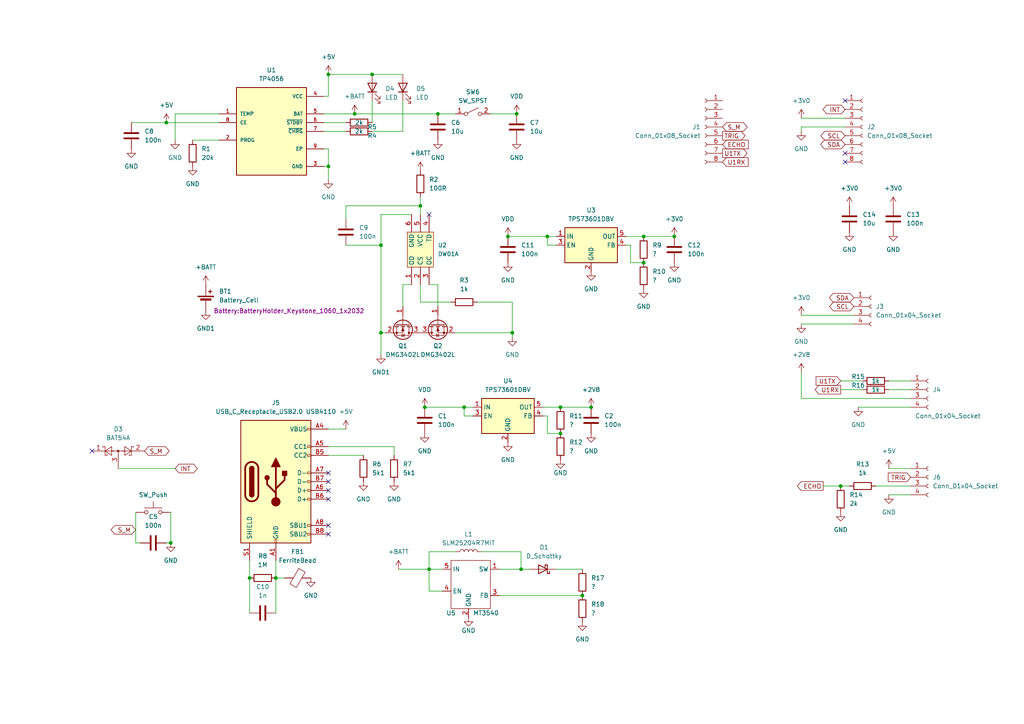
<source format=kicad_sch>
(kicad_sch (version 20230121) (generator eeschema)
  (paper "A4")
  (lib_symbols
    (symbol "Connector:Conn_01x04_Socket" (pin_names (offset 1.016) hide)
      (property "Reference" "J" (at 0 5.08 0))
      (property "Value" "Conn_01x04_Socket" (at 0 -7.62 0))
      (symbol "Conn_01x04_Socket_1_1"
        (arc (start 0 -4.572) (mid -0.5058 -5.08) (end 0 -5.588) (stroke (width 0.1524)))
        (arc (start 0 -2.032) (mid -0.5058 -2.54) (end 0 -3.048) (stroke (width 0.1524)))
        (polyline (pts (xy -1.27 -5.08) (xy -0.508 -5.08)) (stroke (width 0.1524)))
        (polyline (pts (xy -1.27 -2.54) (xy -0.508 -2.54)) (stroke (width 0.1524)))
        (polyline (pts (xy -1.27 0) (xy -0.508 0)) (stroke (width 0.1524)))
        (polyline (pts (xy -1.27 2.54) (xy -0.508 2.54)) (stroke (width 0.1524)))
        (arc (start 0 0.508) (mid -0.5058 0) (end 0 -0.508) (stroke (width 0.1524)))
        (arc (start 0 3.048) (mid -0.5058 2.54) (end 0 2.032) (stroke (width 0.1524)))
        (pin passive line (at -5.08 2.54 0) (length 3.81) (name "Pin_1") (number "1"))
        (pin passive line (at -5.08 0 0) (length 3.81) (name "Pin_2") (number "2"))
        (pin passive line (at -5.08 -2.54 0) (length 3.81) (name "Pin_3") (number "3"))
        (pin passive line (at -5.08 -5.08 0) (length 3.81) (name "Pin_4") (number "4"))
      )
    )
    (symbol "Connector:Conn_01x08_Socket" (pin_names (offset 1.016) hide)
      (property "Reference" "J" (at 0 10.16 0))
      (property "Value" "Conn_01x08_Socket" (at 0 -12.7 0))
      (symbol "Conn_01x08_Socket_1_1"
        (arc (start 0 -9.652) (mid -0.5058 -10.16) (end 0 -10.668) (stroke (width 0.1524)))
        (arc (start 0 -7.112) (mid -0.5058 -7.62) (end 0 -8.128) (stroke (width 0.1524)))
        (arc (start 0 -4.572) (mid -0.5058 -5.08) (end 0 -5.588) (stroke (width 0.1524)))
        (arc (start 0 -2.032) (mid -0.5058 -2.54) (end 0 -3.048) (stroke (width 0.1524)))
        (polyline (pts (xy -1.27 -10.16) (xy -0.508 -10.16)) (stroke (width 0.1524)))
        (polyline (pts (xy -1.27 -7.62) (xy -0.508 -7.62)) (stroke (width 0.1524)))
        (polyline (pts (xy -1.27 -5.08) (xy -0.508 -5.08)) (stroke (width 0.1524)))
        (polyline (pts (xy -1.27 -2.54) (xy -0.508 -2.54)) (stroke (width 0.1524)))
        (polyline (pts (xy -1.27 0) (xy -0.508 0)) (stroke (width 0.1524)))
        (polyline (pts (xy -1.27 2.54) (xy -0.508 2.54)) (stroke (width 0.1524)))
        (polyline (pts (xy -1.27 5.08) (xy -0.508 5.08)) (stroke (width 0.1524)))
        (polyline (pts (xy -1.27 7.62) (xy -0.508 7.62)) (stroke (width 0.1524)))
        (arc (start 0 0.508) (mid -0.5058 0) (end 0 -0.508) (stroke (width 0.1524)))
        (arc (start 0 3.048) (mid -0.5058 2.54) (end 0 2.032) (stroke (width 0.1524)))
        (arc (start 0 5.588) (mid -0.5058 5.08) (end 0 4.572) (stroke (width 0.1524)))
        (arc (start 0 8.128) (mid -0.5058 7.62) (end 0 7.112) (stroke (width 0.1524)))
        (pin passive line (at -5.08 7.62 0) (length 3.81) (name "Pin_1") (number "1"))
        (pin passive line (at -5.08 5.08 0) (length 3.81) (name "Pin_2") (number "2"))
        (pin passive line (at -5.08 2.54 0) (length 3.81) (name "Pin_3") (number "3"))
        (pin passive line (at -5.08 0 0) (length 3.81) (name "Pin_4") (number "4"))
        (pin passive line (at -5.08 -2.54 0) (length 3.81) (name "Pin_5") (number "5"))
        (pin passive line (at -5.08 -5.08 0) (length 3.81) (name "Pin_6") (number "6"))
        (pin passive line (at -5.08 -7.62 0) (length 3.81) (name "Pin_7") (number "7"))
        (pin passive line (at -5.08 -10.16 0) (length 3.81) (name "Pin_8") (number "8"))
      )
    )
    (symbol "Connector:USB_C_Receptacle_USB2.0" (pin_names (offset 1.016))
      (property "Reference" "J" (at -10.16 19.05 0))
      (property "Value" "USB_C_Receptacle_USB2.0" (at 19.05 19.05 0))
      (symbol "USB_C_Receptacle_USB2.0_0_0"
        (rectangle (start -0.254 -17.78) (end 0.254 -16.764))
        (rectangle (start 10.16 -14.986) (end 9.144 -15.494))
        (rectangle (start 10.16 -12.446) (end 9.144 -12.954))
        (rectangle (start 10.16 -4.826) (end 9.144 -5.334))
        (rectangle (start 10.16 -2.286) (end 9.144 -2.794))
        (rectangle (start 10.16 0.254) (end 9.144 -0.254))
        (rectangle (start 10.16 2.794) (end 9.144 2.286))
        (rectangle (start 10.16 7.874) (end 9.144 7.366))
        (rectangle (start 10.16 10.414) (end 9.144 9.906))
        (rectangle (start 10.16 15.494) (end 9.144 14.986))
      )
      (symbol "USB_C_Receptacle_USB2.0_0_1"
        (rectangle (start -10.16 17.78) (end 10.16 -17.78) (stroke (width 0.254)) (fill (type background)))
        (arc (start -8.89 -3.81) (mid -6.985 -5.7067) (end -5.08 -3.81) (stroke (width 0.508)))
        (arc (start -7.62 -3.81) (mid -6.985 -4.4423) (end -6.35 -3.81) (stroke (width 0.254)))
        (arc (start -7.62 -3.81) (mid -6.985 -4.4423) (end -6.35 -3.81) (stroke (width 0.254)) (fill (type outline)))
        (rectangle (start -7.62 -3.81) (end -6.35 3.81) (stroke (width 0.254)) (fill (type outline)))
        (arc (start -6.35 3.81) (mid -6.985 4.4423) (end -7.62 3.81) (stroke (width 0.254)))
        (arc (start -6.35 3.81) (mid -6.985 4.4423) (end -7.62 3.81) (stroke (width 0.254)) (fill (type outline)))
        (arc (start -5.08 3.81) (mid -6.985 5.7067) (end -8.89 3.81) (stroke (width 0.508)))
        (circle (center -2.54 1.143) (radius 0.635) (stroke (width 0.254)) (fill (type outline)))
        (circle (center 0 -5.842) (radius 1.27) (fill (type outline)))
        (polyline (pts (xy -8.89 -3.81) (xy -8.89 3.81)) (stroke (width 0.508)))
        (polyline (pts (xy -5.08 3.81) (xy -5.08 -3.81)) (stroke (width 0.508)))
        (polyline (pts (xy 0 -5.842) (xy 0 4.318)) (stroke (width 0.508)))
        (polyline (pts (xy 0 -3.302) (xy -2.54 -0.762) (xy -2.54 0.508)) (stroke (width 0.508)))
        (polyline (pts (xy 0 -2.032) (xy 2.54 0.508) (xy 2.54 1.778)) (stroke (width 0.508)))
        (polyline (pts (xy -1.27 4.318) (xy 0 6.858) (xy 1.27 4.318) (xy -1.27 4.318)) (stroke (width 0.254)) (fill (type outline)))
        (rectangle (start 1.905 1.778) (end 3.175 3.048) (stroke (width 0.254)) (fill (type outline)))
      )
      (symbol "USB_C_Receptacle_USB2.0_1_1"
        (pin passive line (at 0 -22.86 90) (length 5.08) (name "GND") (number "A1"))
        (pin passive line (at 0 -22.86 90) (length 5.08) hide (name "GND") (number "A12"))
        (pin passive line (at 15.24 15.24 180) (length 5.08) (name "VBUS") (number "A4"))
        (pin bidirectional line (at 15.24 10.16 180) (length 5.08) (name "CC1") (number "A5"))
        (pin bidirectional line (at 15.24 -2.54 180) (length 5.08) (name "D+") (number "A6"))
        (pin bidirectional line (at 15.24 2.54 180) (length 5.08) (name "D-") (number "A7"))
        (pin bidirectional line (at 15.24 -12.7 180) (length 5.08) (name "SBU1") (number "A8"))
        (pin passive line (at 15.24 15.24 180) (length 5.08) hide (name "VBUS") (number "A9"))
        (pin passive line (at 0 -22.86 90) (length 5.08) hide (name "GND") (number "B1"))
        (pin passive line (at 0 -22.86 90) (length 5.08) hide (name "GND") (number "B12"))
        (pin passive line (at 15.24 15.24 180) (length 5.08) hide (name "VBUS") (number "B4"))
        (pin bidirectional line (at 15.24 7.62 180) (length 5.08) (name "CC2") (number "B5"))
        (pin bidirectional line (at 15.24 -5.08 180) (length 5.08) (name "D+") (number "B6"))
        (pin bidirectional line (at 15.24 0 180) (length 5.08) (name "D-") (number "B7"))
        (pin bidirectional line (at 15.24 -15.24 180) (length 5.08) (name "SBU2") (number "B8"))
        (pin passive line (at 15.24 15.24 180) (length 5.08) hide (name "VBUS") (number "B9"))
        (pin passive line (at -7.62 -22.86 90) (length 5.08) (name "SHIELD") (number "S1"))
      )
    )
    (symbol "Device:Battery_Cell" (pin_numbers hide) (pin_names (offset 0) hide)
      (property "Reference" "BT" (at 2.54 2.54 0))
      (property "Value" "Battery_Cell" (at 2.54 0 0))
      (symbol "Battery_Cell_0_1"
        (rectangle (start -2.286 1.778) (end 2.286 1.524) (fill (type outline)))
        (rectangle (start -1.524 1.016) (end 1.524 0.508) (fill (type outline)))
        (polyline (pts (xy 0 0.762) (xy 0 0)))
        (polyline (pts (xy 0 1.778) (xy 0 2.54)))
        (polyline (pts (xy 0.762 3.048) (xy 1.778 3.048)) (stroke (width 0.254)))
        (polyline (pts (xy 1.27 3.556) (xy 1.27 2.54)) (stroke (width 0.254)))
      )
      (symbol "Battery_Cell_1_1"
        (pin passive line (at 0 5.08 270) (length 2.54) (name "+") (number "1"))
        (pin passive line (at 0 -2.54 90) (length 2.54) (name "-") (number "2"))
      )
    )
    (symbol "Device:C" (pin_numbers hide) (pin_names (offset 0.254))
      (property "Reference" "C" (at 0.635 2.54 0))
      (property "Value" "C" (at 0.635 -2.54 0))
      (symbol "C_0_1"
        (polyline (pts (xy -2.032 -0.762) (xy 2.032 -0.762)) (stroke (width 0.508)))
        (polyline (pts (xy -2.032 0.762) (xy 2.032 0.762)) (stroke (width 0.508)))
      )
      (symbol "C_1_1"
        (pin passive line (at 0 3.81 270) (length 2.794) (name "~") (number "1"))
        (pin passive line (at 0 -3.81 90) (length 2.794) (name "~") (number "2"))
      )
    )
    (symbol "Device:D_Schottky" (pin_numbers hide) (pin_names (offset 1.016) hide)
      (property "Reference" "D" (at 0 2.54 0))
      (property "Value" "D_Schottky" (at 0 -2.54 0))
      (symbol "D_Schottky_0_1"
        (polyline (pts (xy 1.27 0) (xy -1.27 0)))
        (polyline (pts (xy 1.27 1.27) (xy 1.27 -1.27) (xy -1.27 0) (xy 1.27 1.27)) (stroke (width 0.254)))
        (polyline (pts (xy -1.905 0.635) (xy -1.905 1.27) (xy -1.27 1.27) (xy -1.27 -1.27) (xy -0.635 -1.27) (xy -0.635 -0.635)) (stroke (width 0.254)))
      )
      (symbol "D_Schottky_1_1"
        (pin passive line (at -3.81 0 0) (length 2.54) (name "K") (number "1"))
        (pin passive line (at 3.81 0 180) (length 2.54) (name "A") (number "2"))
      )
    )
    (symbol "Device:FerriteBead" (pin_numbers hide) (pin_names (offset 0))
      (property "Reference" "FB" (at -3.81 0.635 90))
      (property "Value" "FerriteBead" (at 3.81 0 90))
      (symbol "FerriteBead_0_1"
        (polyline (pts (xy 0 -1.27) (xy 0 -1.2192)))
        (polyline (pts (xy 0 1.27) (xy 0 1.2954)))
        (polyline (pts (xy -2.7686 0.4064) (xy -1.7018 2.2606) (xy 2.7686 -0.3048) (xy 1.6764 -2.159) (xy -2.7686 0.4064)))
      )
      (symbol "FerriteBead_1_1"
        (pin passive line (at 0 3.81 270) (length 2.54) (name "~") (number "1"))
        (pin passive line (at 0 -3.81 90) (length 2.54) (name "~") (number "2"))
      )
    )
    (symbol "Device:L" (pin_numbers hide) (pin_names (offset 1.016) hide)
      (property "Reference" "L" (at -1.27 0 90))
      (property "Value" "L" (at 1.905 0 90))
      (symbol "L_0_1"
        (arc (start 0 -2.54) (mid 0.6323 -1.905) (end 0 -1.27))
        (arc (start 0 -1.27) (mid 0.6323 -0.635) (end 0 0))
        (arc (start 0 0) (mid 0.6323 0.635) (end 0 1.27))
        (arc (start 0 1.27) (mid 0.6323 1.905) (end 0 2.54))
      )
      (symbol "L_1_1"
        (pin passive line (at 0 3.81 270) (length 1.27) (name "1") (number "1"))
        (pin passive line (at 0 -3.81 90) (length 1.27) (name "2") (number "2"))
      )
    )
    (symbol "Device:LED" (pin_numbers hide) (pin_names (offset 1.016) hide)
      (property "Reference" "D" (at 0 2.54 0))
      (property "Value" "LED" (at 0 -2.54 0))
      (symbol "LED_0_1"
        (polyline (pts (xy -1.27 -1.27) (xy -1.27 1.27)) (stroke (width 0.254)))
        (polyline (pts (xy -1.27 0) (xy 1.27 0)))
        (polyline (pts (xy 1.27 -1.27) (xy 1.27 1.27) (xy -1.27 0) (xy 1.27 -1.27)) (stroke (width 0.254)))
        (polyline (pts (xy -3.048 -0.762) (xy -4.572 -2.286) (xy -3.81 -2.286) (xy -4.572 -2.286) (xy -4.572 -1.524)))
        (polyline (pts (xy -1.778 -0.762) (xy -3.302 -2.286) (xy -2.54 -2.286) (xy -3.302 -2.286) (xy -3.302 -1.524)))
      )
      (symbol "LED_1_1"
        (pin passive line (at -3.81 0 0) (length 2.54) (name "K") (number "1"))
        (pin passive line (at 3.81 0 180) (length 2.54) (name "A") (number "2"))
      )
    )
    (symbol "Device:R" (pin_numbers hide) (pin_names (offset 0))
      (property "Reference" "R" (at 2.032 0 90))
      (property "Value" "R" (at 0 0 90))
      (symbol "R_0_1"
        (rectangle (start -1.016 -2.54) (end 1.016 2.54) (stroke (width 0.254)))
      )
      (symbol "R_1_1"
        (pin passive line (at 0 3.81 270) (length 1.27) (name "~") (number "1"))
        (pin passive line (at 0 -3.81 90) (length 1.27) (name "~") (number "2"))
      )
    )
    (symbol "Diode:BAT54A" (pin_names (offset 1.016))
      (property "Reference" "D" (at 0.635 -3.81 0))
      (property "Value" "BAT54A" (at -6.35 3.175 0))
      (symbol "BAT54A_0_1"
        (polyline (pts (xy -4.445 1.27) (xy -4.445 1.016)))
        (polyline (pts (xy -3.81 -1.27) (xy -3.81 1.27)))
        (polyline (pts (xy -3.81 -1.27) (xy -3.175 -1.27)))
        (polyline (pts (xy -3.81 0) (xy -1.27 0)))
        (polyline (pts (xy -3.81 1.27) (xy -4.445 1.27)))
        (polyline (pts (xy -3.175 -1.27) (xy -3.175 -1.016)))
        (polyline (pts (xy -1.905 0) (xy 1.905 0)))
        (polyline (pts (xy 1.27 0) (xy 3.81 0)))
        (polyline (pts (xy 3.175 -1.27) (xy 3.175 -1.016)))
        (polyline (pts (xy 3.81 -1.27) (xy 3.175 -1.27)))
        (polyline (pts (xy 3.81 -1.27) (xy 3.81 1.27)))
        (polyline (pts (xy 3.81 1.27) (xy 4.445 1.27)))
        (polyline (pts (xy 4.445 1.27) (xy 4.445 1.016)))
        (polyline (pts (xy -1.905 1.27) (xy -1.905 -1.27) (xy -3.81 0) (xy -1.905 1.27)))
        (polyline (pts (xy 1.905 1.27) (xy 1.905 -1.27) (xy 3.81 0) (xy 1.905 1.27)))
        (circle (center 0 0) (radius 0.254) (fill (type outline)))
      )
      (symbol "BAT54A_1_1"
        (pin passive line (at -7.62 0 0) (length 3.81) (name "~") (number "1"))
        (pin passive line (at 7.62 0 180) (length 3.81) (name "~") (number "2"))
        (pin passive line (at 0 -5.08 90) (length 5.08) (name "~") (number "3"))
      )
    )
    (symbol "LeoDJ:DW01A"
      (property "Reference" "U" (at -3.81 -5.08 0))
      (property "Value" "DW01A" (at -1.27 5.08 0))
      (symbol "DW01A_0_1"
        (rectangle (start -5.08 3.81) (end 5.08 -3.81) (fill (type background)))
      )
      (symbol "DW01A_1_1"
        (pin input line (at -10.16 2.54 0) (length 5.08) (name "OD") (number "1"))
        (pin input line (at -10.16 0 0) (length 5.08) (name "CS") (number "2"))
        (pin input line (at -10.16 -2.54 0) (length 5.08) (name "OC") (number "3"))
        (pin input line (at 10.16 -2.54 180) (length 5.08) (name "TD") (number "4"))
        (pin input line (at 10.16 0 180) (length 5.08) (name "VCC") (number "5"))
        (pin input line (at 10.16 2.54 180) (length 5.08) (name "GND") (number "6"))
      )
    )
    (symbol "Regulator_Linear:TPS73601DBV"
      (property "Reference" "U" (at -6.35 6.35 0))
      (property "Value" "TPS73601DBV" (at 0 6.35 0))
      (symbol "TPS73601DBV_0_1"
        (rectangle (start -7.62 -5.08) (end 7.62 5.08) (stroke (width 0.254)) (fill (type background)))
      )
      (symbol "TPS73601DBV_1_1"
        (pin power_in line (at -10.16 2.54 0) (length 2.54) (name "IN") (number "1"))
        (pin power_in line (at 0 -7.62 90) (length 2.54) (name "GND") (number "2"))
        (pin input line (at -10.16 0 0) (length 2.54) (name "EN") (number "3"))
        (pin input line (at 10.16 0 180) (length 2.54) (name "FB") (number "4"))
        (pin power_out line (at 10.16 2.54 180) (length 2.54) (name "OUT") (number "5"))
      )
    )
    (symbol "Switch:SW_Push" (pin_numbers hide) (pin_names (offset 1.016) hide)
      (property "Reference" "SW" (at 1.27 2.54 0))
      (property "Value" "SW_Push" (at 0 -1.524 0))
      (symbol "SW_Push_0_1"
        (circle (center -2.032 0) (radius 0.508))
        (polyline (pts (xy 0 1.27) (xy 0 3.048)))
        (polyline (pts (xy 2.54 1.27) (xy -2.54 1.27)))
        (circle (center 2.032 0) (radius 0.508))
        (pin passive line (at -5.08 0 0) (length 2.54) (name "1") (number "1"))
        (pin passive line (at 5.08 0 180) (length 2.54) (name "2") (number "2"))
      )
    )
    (symbol "Switch:SW_SPST" (pin_names (offset 0) hide)
      (property "Reference" "SW" (at 0 3.175 0))
      (property "Value" "SW_SPST" (at 0 -2.54 0))
      (symbol "SW_SPST_0_0"
        (circle (center -2.032 0) (radius 0.508))
        (polyline (pts (xy -1.524 0.254) (xy 1.524 1.778)))
        (circle (center 2.032 0) (radius 0.508))
      )
      (symbol "SW_SPST_1_1"
        (pin passive line (at -5.08 0 0) (length 2.54) (name "A") (number "1"))
        (pin passive line (at 5.08 0 180) (length 2.54) (name "B") (number "2"))
      )
    )
    (symbol "TP4056:TP4056" (pin_names (offset 1.016))
      (property "Reference" "U" (at -10.16 13.208 0))
      (property "Value" "TP4056" (at -10.16 -15.24 0))
      (symbol "TP4056_0_0"
        (rectangle (start -10.16 -12.7) (end 10.16 12.7) (stroke (width 0.254)) (fill (type background)))
        (pin input line (at -15.24 5.08 0) (length 5.08) (name "TEMP") (number "1"))
        (pin bidirectional line (at -15.24 -2.54 0) (length 5.08) (name "PROG") (number "2"))
        (pin power_in line (at 15.24 -10.16 180) (length 5.08) (name "GND") (number "3"))
        (pin power_in line (at 15.24 10.16 180) (length 5.08) (name "VCC") (number "4"))
        (pin output line (at 15.24 5.08 180) (length 5.08) (name "BAT") (number "5"))
        (pin output line (at 15.24 2.54 180) (length 5.08) (name "~{STDBY}") (number "6"))
        (pin output line (at 15.24 0 180) (length 5.08) (name "~{CHRG}") (number "7"))
        (pin input line (at -15.24 2.54 0) (length 5.08) (name "CE") (number "8"))
        (pin passive line (at 15.24 -5.08 180) (length 5.08) (name "EP") (number "9"))
      )
    )
    (symbol "Transistor_FET:DMG3402L" (pin_names hide)
      (property "Reference" "Q" (at 5.08 1.905 0))
      (property "Value" "DMG3402L" (at 5.08 0 0))
      (symbol "DMG3402L_0_1"
        (polyline (pts (xy 0.254 0) (xy -2.54 0)))
        (polyline (pts (xy 0.254 1.905) (xy 0.254 -1.905)) (stroke (width 0.254)))
        (polyline (pts (xy 0.762 -1.27) (xy 0.762 -2.286)) (stroke (width 0.254)))
        (polyline (pts (xy 0.762 0.508) (xy 0.762 -0.508)) (stroke (width 0.254)))
        (polyline (pts (xy 0.762 2.286) (xy 0.762 1.27)) (stroke (width 0.254)))
        (polyline (pts (xy 2.54 2.54) (xy 2.54 1.778)))
        (polyline (pts (xy 2.54 -2.54) (xy 2.54 0) (xy 0.762 0)))
        (polyline (pts (xy 0.762 -1.778) (xy 3.302 -1.778) (xy 3.302 1.778) (xy 0.762 1.778)))
        (polyline (pts (xy 1.016 0) (xy 2.032 0.381) (xy 2.032 -0.381) (xy 1.016 0)) (fill (type outline)))
        (polyline (pts (xy 2.794 0.508) (xy 2.921 0.381) (xy 3.683 0.381) (xy 3.81 0.254)))
        (polyline (pts (xy 3.302 0.381) (xy 2.921 -0.254) (xy 3.683 -0.254) (xy 3.302 0.381)))
        (circle (center 1.651 0) (radius 2.794) (stroke (width 0.254)))
        (circle (center 2.54 -1.778) (radius 0.254) (fill (type outline)))
        (circle (center 2.54 1.778) (radius 0.254) (fill (type outline)))
      )
      (symbol "DMG3402L_1_1"
        (pin input line (at -5.08 0 0) (length 2.54) (name "G") (number "1"))
        (pin passive line (at 2.54 -5.08 90) (length 2.54) (name "S") (number "2"))
        (pin passive line (at 2.54 5.08 270) (length 2.54) (name "D") (number "3"))
      )
    )
    (symbol "k24lib_7:MT3540"
      (property "Reference" "U" (at -3.81 3.81 0))
      (symbol "MT3540_1_1"
        (rectangle (start -5.08 2.54) (end 6.35 -11.43))
        (pin power_out line (at 8.89 0 180) (length 2.54) (name "SW") (number "1"))
        (pin power_in line (at 0 -13.97 90) (length 2.54) (name "GND") (number "2"))
        (pin input line (at 8.89 -7.62 180) (length 2.54) (name "FB") (number "3"))
        (pin input line (at -7.62 -6.35 0) (length 2.54) (name "EN") (number "4"))
        (pin power_in line (at -7.62 0 0) (length 2.54) (name "IN") (number "5"))
      )
    )
    (symbol "power:+2V8" (power) (pin_names (offset 0))
      (property "Value" "+2V8" (at 0 3.556 0))
      (symbol "+2V8_0_1"
        (polyline (pts (xy -0.762 1.27) (xy 0 2.54)))
        (polyline (pts (xy 0 0) (xy 0 2.54)))
        (polyline (pts (xy 0 2.54) (xy 0.762 1.27)))
      )
      (symbol "+2V8_1_1"
        (pin power_in line (at 0 0 90) (length 0) hide (name "+2V8") (number "1"))
      )
    )
    (symbol "power:+3V0" (power) (pin_names (offset 0))
      (property "Value" "+3V0" (at 0 3.556 0))
      (symbol "+3V0_0_1"
        (polyline (pts (xy -0.762 1.27) (xy 0 2.54)))
        (polyline (pts (xy 0 0) (xy 0 2.54)))
        (polyline (pts (xy 0 2.54) (xy 0.762 1.27)))
      )
      (symbol "+3V0_1_1"
        (pin power_in line (at 0 0 90) (length 0) hide (name "+3V0") (number "1"))
      )
    )
    (symbol "power:+5V" (power) (pin_names (offset 0))
      (property "Value" "+5V" (at 0 3.556 0))
      (symbol "+5V_0_1"
        (polyline (pts (xy -0.762 1.27) (xy 0 2.54)))
        (polyline (pts (xy 0 0) (xy 0 2.54)))
        (polyline (pts (xy 0 2.54) (xy 0.762 1.27)))
      )
      (symbol "+5V_1_1"
        (pin power_in line (at 0 0 90) (length 0) hide (name "+5V") (number "1"))
      )
    )
    (symbol "power:+BATT" (power) (pin_names (offset 0))
      (property "Value" "+BATT" (at 0 3.556 0))
      (symbol "+BATT_0_1"
        (polyline (pts (xy -0.762 1.27) (xy 0 2.54)))
        (polyline (pts (xy 0 0) (xy 0 2.54)))
        (polyline (pts (xy 0 2.54) (xy 0.762 1.27)))
      )
      (symbol "+BATT_1_1"
        (pin power_in line (at 0 0 90) (length 0) hide (name "+BATT") (number "1"))
      )
    )
    (symbol "power:GND" (power) (pin_names (offset 0))
      (property "Value" "GND" (at 0 -3.81 0))
      (symbol "GND_0_1"
        (polyline (pts (xy 0 0) (xy 0 -1.27) (xy 1.27 -1.27) (xy 0 -2.54) (xy -1.27 -1.27) (xy 0 -1.27)))
      )
      (symbol "GND_1_1"
        (pin power_in line (at 0 0 270) (length 0) hide (name "GND") (number "1"))
      )
    )
    (symbol "power:GND1" (power) (pin_names (offset 0))
      (property "Value" "GND1" (at 0 -3.81 0))
      (symbol "GND1_0_1"
        (polyline (pts (xy 0 0) (xy 0 -1.27) (xy 1.27 -1.27) (xy 0 -2.54) (xy -1.27 -1.27) (xy 0 -1.27)))
      )
      (symbol "GND1_1_1"
        (pin power_in line (at 0 0 270) (length 0) hide (name "GND1") (number "1"))
      )
    )
    (symbol "power:VDD" (power) (pin_names (offset 0))
      (property "Value" "VDD" (at 0 3.81 0))
      (symbol "VDD_0_1"
        (polyline (pts (xy -0.762 1.27) (xy 0 2.54)))
        (polyline (pts (xy 0 0) (xy 0 2.54)))
        (polyline (pts (xy 0 2.54) (xy 0.762 1.27)))
      )
      (symbol "VDD_1_1"
        (pin power_in line (at 0 0 90) (length 0) hide (name "VDD") (number "1"))
      )
    )
  )
  (junction (at 151.13 165.1))
  (junction (at 243.84 140.97))
  (junction (at 127 33.02))
  (junction (at 195.58 68.58))
  (junction (at 107.95 21.59))
  (junction (at 110.49 96.52))
  (junction (at 102.87 33.02))
  (junction (at 123.19 118.11))
  (junction (at 95.25 21.59))
  (junction (at 186.69 76.2))
  (junction (at 48.26 35.56))
  (junction (at 162.56 125.73))
  (junction (at 49.53 157.48))
  (junction (at 95.25 48.26))
  (junction (at 162.56 118.11))
  (junction (at 110.49 71.12))
  (junction (at 168.91 172.72))
  (junction (at 148.59 96.52))
  (junction (at 158.75 68.58))
  (junction (at 147.32 68.58))
  (junction (at 186.69 68.58))
  (junction (at 171.45 118.11))
  (junction (at 149.86 33.02))
  (junction (at 124.46 165.1))
  (junction (at 121.92 59.69))
  (junction (at 134.62 118.11))
  (junction (at 72.39 167.64))
  (junction (at 80.01 167.64))
  (no_connect (at 95.25 142.24))
  (no_connect (at 95.25 139.7))
  (no_connect (at 26.67 130.81))
  (no_connect (at 95.25 154.94))
  (no_connect (at 245.11 44.45))
  (no_connect (at 95.25 137.16))
  (no_connect (at 245.11 46.99))
  (no_connect (at 124.46 62.23))
  (no_connect (at 245.11 29.21))
  (no_connect (at 95.25 152.4))
  (no_connect (at 95.25 144.78))
  (wire (pts (xy 110.49 62.23) (xy 119.38 62.23)))
  (wire (pts (xy 124.46 171.45) (xy 124.46 165.1)))
  (wire (pts (xy 95.25 21.59) (xy 107.95 21.59)))
  (wire (pts (xy 95.25 43.18) (xy 95.25 48.26)))
  (wire (pts (xy 128.27 171.45) (xy 124.46 171.45)))
  (wire (pts (xy 127 33.02) (xy 132.08 33.02)))
  (wire (pts (xy 151.13 165.1) (xy 144.78 165.1)))
  (wire (pts (xy 116.84 88.9) (xy 116.84 82.55)))
  (wire (pts (xy 148.59 97.79) (xy 148.59 96.52)))
  (wire (pts (xy 93.98 38.1) (xy 100.33 38.1)))
  (wire (pts (xy 48.26 157.48) (xy 49.53 157.48)))
  (wire (pts (xy 102.87 33.02) (xy 127 33.02)))
  (wire (pts (xy 121.92 57.15) (xy 121.92 59.69)))
  (wire (pts (xy 100.33 71.12) (xy 110.49 71.12)))
  (wire (pts (xy 80.01 167.64) (xy 82.55 167.64)))
  (wire (pts (xy 147.32 68.58) (xy 158.75 68.58)))
  (wire (pts (xy 162.56 118.11) (xy 171.45 118.11)))
  (wire (pts (xy 181.61 71.12) (xy 182.88 71.12)))
  (wire (pts (xy 157.48 120.65) (xy 158.75 120.65)))
  (wire (pts (xy 115.57 165.1) (xy 124.46 165.1)))
  (wire (pts (xy 107.95 29.21) (xy 107.95 35.56)))
  (wire (pts (xy 116.84 82.55) (xy 119.38 82.55)))
  (wire (pts (xy 254 140.97) (xy 264.16 140.97)))
  (wire (pts (xy 232.41 38.1) (xy 232.41 36.83)))
  (wire (pts (xy 243.84 110.49) (xy 250.19 110.49)))
  (wire (pts (xy 182.88 76.2) (xy 186.69 76.2)))
  (wire (pts (xy 110.49 96.52) (xy 111.76 96.52)))
  (wire (pts (xy 95.25 124.46) (xy 100.33 124.46)))
  (wire (pts (xy 55.88 40.64) (xy 63.5 40.64)))
  (wire (pts (xy 107.95 21.59) (xy 116.84 21.59)))
  (wire (pts (xy 137.16 120.65) (xy 134.62 120.65)))
  (wire (pts (xy 110.49 71.12) (xy 110.49 62.23)))
  (wire (pts (xy 257.81 135.89) (xy 264.16 135.89)))
  (wire (pts (xy 100.33 59.69) (xy 121.92 59.69)))
  (wire (pts (xy 158.75 120.65) (xy 158.75 125.73)))
  (wire (pts (xy 124.46 82.55) (xy 127 82.55)))
  (wire (pts (xy 50.8 40.64) (xy 50.8 33.02)))
  (wire (pts (xy 132.08 96.52) (xy 148.59 96.52)))
  (wire (pts (xy 148.59 96.52) (xy 148.59 87.63)))
  (wire (pts (xy 95.25 27.94) (xy 95.25 21.59)))
  (wire (pts (xy 39.37 157.48) (xy 39.37 148.59)))
  (wire (pts (xy 158.75 71.12) (xy 158.75 68.58)))
  (wire (pts (xy 110.49 102.87) (xy 110.49 96.52)))
  (wire (pts (xy 40.64 157.48) (xy 39.37 157.48)))
  (wire (pts (xy 157.48 118.11) (xy 162.56 118.11)))
  (wire (pts (xy 142.24 33.02) (xy 149.86 33.02)))
  (wire (pts (xy 186.69 68.58) (xy 195.58 68.58)))
  (wire (pts (xy 124.46 165.1) (xy 124.46 160.02)))
  (wire (pts (xy 243.84 140.97) (xy 246.38 140.97)))
  (wire (pts (xy 93.98 33.02) (xy 102.87 33.02)))
  (wire (pts (xy 124.46 165.1) (xy 128.27 165.1)))
  (wire (pts (xy 50.8 33.02) (xy 63.5 33.02)))
  (wire (pts (xy 139.7 160.02) (xy 151.13 160.02)))
  (wire (pts (xy 127 82.55) (xy 127 88.9)))
  (wire (pts (xy 158.75 68.58) (xy 161.29 68.58)))
  (wire (pts (xy 38.1 35.56) (xy 48.26 35.56)))
  (wire (pts (xy 232.41 36.83) (xy 245.11 36.83)))
  (wire (pts (xy 114.3 129.54) (xy 95.25 129.54)))
  (wire (pts (xy 93.98 48.26) (xy 95.25 48.26)))
  (wire (pts (xy 232.41 107.95) (xy 232.41 115.57)))
  (wire (pts (xy 72.39 162.56) (xy 72.39 167.64)))
  (wire (pts (xy 232.41 91.44) (xy 247.65 91.44)))
  (wire (pts (xy 161.29 71.12) (xy 158.75 71.12)))
  (wire (pts (xy 124.46 160.02) (xy 132.08 160.02)))
  (wire (pts (xy 93.98 43.18) (xy 95.25 43.18)))
  (wire (pts (xy 72.39 167.64) (xy 72.39 177.8)))
  (wire (pts (xy 95.25 132.08) (xy 105.41 132.08)))
  (wire (pts (xy 257.81 113.03) (xy 264.16 113.03)))
  (wire (pts (xy 93.98 35.56) (xy 100.33 35.56)))
  (wire (pts (xy 238.76 140.97) (xy 243.84 140.97)))
  (wire (pts (xy 80.01 167.64) (xy 80.01 162.56)))
  (wire (pts (xy 134.62 120.65) (xy 134.62 118.11)))
  (wire (pts (xy 134.62 118.11) (xy 137.16 118.11)))
  (wire (pts (xy 121.92 82.55) (xy 121.92 87.63)))
  (wire (pts (xy 123.19 118.11) (xy 134.62 118.11)))
  (wire (pts (xy 232.41 34.29) (xy 245.11 34.29)))
  (wire (pts (xy 48.26 35.56) (xy 63.5 35.56)))
  (wire (pts (xy 116.84 38.1) (xy 116.84 29.21)))
  (wire (pts (xy 107.95 38.1) (xy 116.84 38.1)))
  (wire (pts (xy 110.49 96.52) (xy 110.49 71.12)))
  (wire (pts (xy 114.3 132.08) (xy 114.3 129.54)))
  (wire (pts (xy 49.53 157.48) (xy 49.53 148.59)))
  (wire (pts (xy 182.88 71.12) (xy 182.88 76.2)))
  (wire (pts (xy 80.01 167.64) (xy 80.01 177.8)))
  (wire (pts (xy 161.29 165.1) (xy 168.91 165.1)))
  (wire (pts (xy 257.81 110.49) (xy 264.16 110.49)))
  (wire (pts (xy 151.13 160.02) (xy 151.13 165.1)))
  (wire (pts (xy 34.29 135.89) (xy 50.8 135.89)))
  (wire (pts (xy 100.33 63.5) (xy 100.33 59.69)))
  (wire (pts (xy 121.92 59.69) (xy 121.92 62.23)))
  (wire (pts (xy 232.41 93.98) (xy 247.65 93.98)))
  (wire (pts (xy 95.25 48.26) (xy 95.25 52.07)))
  (wire (pts (xy 232.41 115.57) (xy 264.16 115.57)))
  (wire (pts (xy 151.13 165.1) (xy 153.67 165.1)))
  (wire (pts (xy 257.81 143.51) (xy 264.16 143.51)))
  (wire (pts (xy 148.59 87.63) (xy 138.43 87.63)))
  (wire (pts (xy 181.61 68.58) (xy 186.69 68.58)))
  (wire (pts (xy 243.84 113.03) (xy 250.19 113.03)))
  (wire (pts (xy 248.92 118.11) (xy 264.16 118.11)))
  (wire (pts (xy 121.92 87.63) (xy 130.81 87.63)))
  (wire (pts (xy 93.98 27.94) (xy 95.25 27.94)))
  (wire (pts (xy 158.75 125.73) (xy 162.56 125.73)))
  (wire (pts (xy 144.78 172.72) (xy 168.91 172.72)))
  (global_label "ECHO" (shape output) (at 238.76 140.97 180) (property "Intersheetrefs" "${INTERSHEET_REFS}" (effects hide)))
  (global_label "TRIG" (shape output) (at 209.55 39.37 0) (property "Intersheetrefs" "${INTERSHEET_REFS}" (effects hide)))
  (global_label "INT" (shape bidirectional) (at 245.11 31.75 180) (property "Intersheetrefs" "${INTERSHEET_REFS}" (effects hide)))
  (global_label "U1RX" (shape input) (at 209.55 46.99 0) (property "Intersheetrefs" "${INTERSHEET_REFS}" (effects hide)))
  (global_label "INT" (shape bidirectional) (at 50.8 135.89 0) (property "Intersheetrefs" "${INTERSHEET_REFS}" (effects hide)))
  (global_label "SCL" (shape bidirectional) (at 247.65 88.9 180) (property "Intersheetrefs" "${INTERSHEET_REFS}" (effects hide)))
  (global_label "SDA" (shape bidirectional) (at 245.11 41.91 180) (property "Intersheetrefs" "${INTERSHEET_REFS}" (effects hide)))
  (global_label "S_M" (shape bidirectional) (at 41.91 130.81 0) (property "Intersheetrefs" "${INTERSHEET_REFS}" (effects hide)))
  (global_label "U1RX" (shape output) (at 243.84 113.03 180) (property "Intersheetrefs" "${INTERSHEET_REFS}" (effects hide)))
  (global_label "S_M" (shape bidirectional) (at 39.37 153.67 180) (property "Intersheetrefs" "${INTERSHEET_REFS}" (effects hide)))
  (global_label "S_M" (shape bidirectional) (at 209.55 36.83 0) (property "Intersheetrefs" "${INTERSHEET_REFS}" (effects hide)))
  (global_label "TRIG" (shape input) (at 264.16 138.43 180) (property "Intersheetrefs" "${INTERSHEET_REFS}" (effects hide)))
  (global_label "U1TX" (shape input) (at 243.84 110.49 180) (property "Intersheetrefs" "${INTERSHEET_REFS}" (effects hide)))
  (global_label "U1TX" (shape output) (at 209.55 44.45 0) (property "Intersheetrefs" "${INTERSHEET_REFS}" (effects hide)))
  (global_label "SCL" (shape bidirectional) (at 245.11 39.37 180) (property "Intersheetrefs" "${INTERSHEET_REFS}" (effects hide)))
  (global_label "ECHO" (shape input) (at 209.55 41.91 0) (property "Intersheetrefs" "${INTERSHEET_REFS}" (effects hide)))
  (global_label "SDA" (shape bidirectional) (at 247.65 86.36 180) (property "Intersheetrefs" "${INTERSHEET_REFS}" (effects hide)))
  (symbol (lib_id "power:+BATT") (at 121.92 49.53 0) (unit 1)
    (property "Reference" "#PWR016" (effects hide))
    (property "Value" "+BATT" (at 121.92 44.45 0))
  )
  (symbol (lib_id "Device:R") (at 134.62 87.63 90) (unit 1)
    (property "Reference" "R3" (at 134.62 81.28 90))
    (property "Value" "1k" (at 134.62 83.82 90))
    (property "Footprint" "Resistor_SMD:R_0603_1608Metric" (effects hide))
  )
  (symbol (lib_id "power:GND1") (at 110.49 102.87 0) (unit 1)
    (property "Reference" "#PWR017" (effects hide))
    (property "Value" "GND1" (at 110.49 107.95 0))
  )
  (symbol (lib_id "power:GND") (at 147.32 128.27 0) (unit 1)
    (property "Reference" "#PWR039" (effects hide))
    (property "Value" "GND" (at 147.32 133.35 0))
  )
  (symbol (lib_id "power:+2V8") (at 232.41 107.95 0) (unit 1)
    (property "Reference" "#PWR06" (effects hide))
    (property "Value" "+2V8" (at 232.41 102.87 0))
  )
  (symbol (lib_id "power:GND") (at 127 40.64 0) (unit 1)
    (property "Reference" "#PWR014" (effects hide))
    (property "Value" "GND" (at 127 45.72 0))
  )
  (symbol (lib_id "power:GND") (at 105.41 139.7 0) (unit 1)
    (property "Reference" "#PWR025" (effects hide))
    (property "Value" "GND" (at 105.41 144.78 0))
  )
  (symbol (lib_id "power:GND") (at 171.45 125.73 0) (unit 1)
    (property "Reference" "#PWR041" (effects hide))
    (property "Value" "GND" (at 171.45 130.81 0))
  )
  (symbol (lib_id "power:GND") (at 162.56 133.35 0) (unit 1)
    (property "Reference" "#PWR03" (effects hide))
    (property "Value" "GND" (at 162.56 137.16 0))
  )
  (symbol (lib_id "power:GND") (at 50.8 40.64 0) (unit 1)
    (property "Reference" "#PWR021" (effects hide))
    (property "Value" "GND" (at 50.8 45.72 0))
  )
  (symbol (lib_id "power:VDD") (at 123.19 118.11 0) (unit 1)
    (property "Reference" "#PWR037" (effects hide))
    (property "Value" "VDD" (at 123.19 113.03 0))
  )
  (symbol (lib_id "Device:R") (at 186.69 80.01 180) (unit 1)
    (property "Reference" "R10" (at 189.23 78.74 0) (effects (justify right)))
    (property "Value" "?" (at 189.23 81.28 0) (effects (justify right)))
    (property "Footprint" "Resistor_SMD:R_0603_1608Metric" (effects hide))
  )
  (symbol (lib_id "Device:R") (at 254 110.49 90) (unit 1)
    (property "Reference" "R15" (at 248.92 109.22 90))
    (property "Value" "1k" (at 254 110.49 90))
    (property "Footprint" "Resistor_SMD:R_0603_1608Metric" (effects hide))
  )
  (symbol (lib_id "Device:R") (at 250.19 140.97 90) (unit 1)
    (property "Reference" "R13" (at 250.19 134.62 90))
    (property "Value" "1k" (at 250.19 137.16 90))
    (property "Footprint" "Resistor_SMD:R_0603_1608Metric" (effects hide))
  )
  (symbol (lib_id "Device:R") (at 162.56 129.54 180) (unit 1)
    (property "Reference" "R12" (at 165.1 128.27 0) (effects (justify right)))
    (property "Value" "?" (at 165.1 130.81 0) (effects (justify right)))
    (property "Footprint" "Resistor_SMD:R_0603_1608Metric" (effects hide))
  )
  (symbol (lib_id "Device:C") (at 76.2 177.8 270) (unit 1)
    (property "Reference" "C10" (at 76.2 170.18 90))
    (property "Value" "1n" (at 76.2 172.72 90))
    (property "Footprint" "Capacitor_SMD:C_0603_1608Metric" (effects hide))
  )
  (symbol (lib_id "Device:FerriteBead") (at 86.36 167.64 90) (unit 1)
    (property "Reference" "FB1" (at 86.3092 160.02 90))
    (property "Value" "FerriteBead" (at 86.3092 162.56 90))
    (property "Footprint" "Inductor_SMD:L_0603_1608Metric" (effects hide))
  )
  (symbol (lib_id "Diode:BAT54A") (at 34.29 130.81 0) (unit 1)
    (property "Reference" "D3" (at 34.29 124.46 0))
    (property "Value" "BAT54A" (at 34.29 127 0))
    (property "Footprint" "Package_TO_SOT_SMD:SOT-23" (effects hide))
    (property "Datasheet" "http://www.diodes.com/_files/datasheets/ds11005.pdf" (effects hide))
  )
  (symbol (lib_id "Device:R") (at 76.2 167.64 270) (unit 1)
    (property "Reference" "R8" (at 76.2 161.29 90))
    (property "Value" "1M" (at 76.2 163.83 90))
    (property "Footprint" "Resistor_SMD:R_0603_1608Metric" (effects hide))
  )
  (symbol (lib_id "power:+3V0") (at 232.41 34.29 0) (unit 1)
    (property "Reference" "#PWR09" (effects hide))
    (property "Value" "+3V0" (at 232.41 29.21 0))
  )
  (symbol (lib_id "power:GND") (at 195.58 76.2 0) (unit 1)
    (property "Reference" "#PWR029" (effects hide))
    (property "Value" "GND" (at 195.58 81.28 0))
  )
  (symbol (lib_id "power:GND") (at 171.45 78.74 0) (unit 1)
    (property "Reference" "#PWR028" (effects hide))
    (property "Value" "GND" (at 171.45 83.82 0))
  )
  (symbol (lib_id "k24lib_7:MT3540") (at 135.89 165.1 0) (unit 1)
    (property "Reference" "U5" (at 130.81 177.8 0))
    (property "Value" "MT3540" (at 140.97 177.8 0))
    (property "Footprint" "Package_TO_SOT_SMD:SOT-23-5" (effects hide))
  )
  (symbol (lib_id "Device:C") (at 100.33 67.31 180) (unit 1)
    (property "Reference" "C9" (at 104.14 66.04 0) (effects (justify right)))
    (property "Value" "100n" (at 104.14 68.58 0) (effects (justify right)))
    (property "Footprint" "Capacitor_SMD:C_0603_1608Metric" (effects hide))
  )
  (symbol (lib_id "Transistor_FET:DMG3402L") (at 127 93.98 90) (mirror x) (unit 1)
    (property "Reference" "Q2" (at 127 100.33 90))
    (property "Value" "DMG3402L" (at 127 102.87 90))
    (property "Footprint" "Package_TO_SOT_SMD:SOT-23" (effects hide))
    (property "Datasheet" "http://www.diodes.com/assets/Datasheets/DMG3402L.pdf" (effects hide))
  )
  (symbol (lib_id "Switch:SW_Push") (at 44.45 148.59 0) (unit 1)
    (property "Reference" "SW5" (effects hide))
    (property "Value" "SW_Push" (at 44.45 143.51 0))
    (property "Footprint" "Button_Switch_THT:SW_Tactile_SPST_Angled_PTS645Vx58-2LFS" (effects hide))
  )
  (symbol (lib_id "power:GND") (at 259.08 67.31 0) (unit 1)
    (property "Reference" "#PWR034" (effects hide))
    (property "Value" "GND" (at 259.08 72.39 0))
  )
  (symbol (lib_id "power:+5V") (at 95.25 21.59 0) (unit 1)
    (property "Reference" "#PWR019" (effects hide))
    (property "Value" "+5V" (at 95.25 16.51 0))
  )
  (symbol (lib_id "power:+3V0") (at 195.58 68.58 0) (unit 1)
    (property "Reference" "#PWR031" (effects hide))
    (property "Value" "+3V0" (at 195.58 63.5 0))
  )
  (symbol (lib_id "power:+5V") (at 257.81 135.89 0) (unit 1)
    (property "Reference" "#PWR044" (effects hide))
    (property "Value" "+5V" (at 257.81 130.81 0))
  )
  (symbol (lib_id "power:GND") (at 147.32 76.2 0) (unit 1)
    (property "Reference" "#PWR027" (effects hide))
    (property "Value" "GND" (at 147.32 81.28 0))
  )
  (symbol (lib_id "power:GND") (at 38.1 43.18 0) (unit 1)
    (property "Reference" "#PWR022" (effects hide))
    (property "Value" "GND" (at 38.1 48.26 0))
  )
  (symbol (lib_id "power:GND") (at 114.3 139.7 0) (unit 1)
    (property "Reference" "#PWR026" (effects hide))
    (property "Value" "GND" (at 114.3 144.78 0))
  )
  (symbol (lib_id "Transistor_FET:DMG3402L") (at 116.84 93.98 270) (unit 1)
    (property "Reference" "Q1" (at 116.84 100.33 90))
    (property "Value" "DMG3402L" (at 116.84 102.87 90))
    (property "Footprint" "Package_TO_SOT_SMD:SOT-23" (effects hide))
    (property "Datasheet" "http://www.diodes.com/assets/Datasheets/DMG3402L.pdf" (effects hide))
  )
  (symbol (lib_id "power:+BATT") (at 115.57 165.1 0) (unit 1)
    (property "Reference" "#PWR047" (effects hide))
    (property "Value" "+BATT" (at 115.57 160.02 0))
  )
  (symbol (lib_id "Switch:SW_SPST") (at 137.16 33.02 0) (unit 1)
    (property "Reference" "SW6" (at 137.16 26.67 0))
    (property "Value" "SW_SPST" (at 137.16 29.21 0))
    (property "Footprint" "Button_Switch_SMD:SW_SPDT_PCM12" (effects hide))
  )
  (symbol (lib_id "Device:C") (at 44.45 157.48 90) (unit 1)
    (property "Reference" "C5" (at 44.45 149.86 90))
    (property "Value" "100n" (at 44.45 152.4 90))
    (property "Footprint" "Capacitor_SMD:C_0603_1608Metric" (effects hide))
  )
  (symbol (lib_id "power:GND") (at 90.17 167.64 0) (unit 1)
    (property "Reference" "#PWR024" (effects hide))
    (property "Value" "GND" (at 90.17 172.72 0))
  )
  (symbol (lib_id "Connector:Conn_01x08_Socket") (at 250.19 36.83 0) (unit 1)
    (property "Reference" "J2" (at 251.46 36.83 0) (effects (justify left)))
    (property "Value" "Conn_01x08_Socket" (at 251.46 39.37 0) (effects (justify left)))
    (property "Footprint" "Connector_PinHeader_2.54mm:PinHeader_1x08_P2.54mm_Vertical" (effects hide))
  )
  (symbol (lib_id "power:GND") (at 135.89 179.07 0) (unit 1)
    (property "Reference" "#PWR046" (effects hide))
    (property "Value" "GND" (at 135.89 182.88 0))
  )
  (symbol (lib_id "Device:C") (at 149.86 36.83 180) (unit 1)
    (property "Reference" "C7" (at 153.67 35.56 0) (effects (justify right)))
    (property "Value" "10u" (at 153.67 38.1 0) (effects (justify right)))
    (property "Footprint" "Capacitor_SMD:C_0603_1608Metric" (effects hide))
  )
  (symbol (lib_id "Connector:Conn_01x04_Socket") (at 269.24 138.43 0) (unit 1)
    (property "Reference" "J6" (at 270.51 138.43 0) (effects (justify left)))
    (property "Value" "Conn_01x04_Socket" (at 270.51 140.97 0) (effects (justify left)))
    (property "Footprint" "Connector_PinHeader_2.54mm:PinHeader_1x04_P2.54mm_Vertical" (effects hide))
  )
  (symbol (lib_id "power:+5V") (at 100.33 124.46 0) (unit 1)
    (property "Reference" "#PWR023" (effects hide))
    (property "Value" "+5V" (at 100.33 119.38 0))
  )
  (symbol (lib_id "Device:R") (at 114.3 135.89 180) (unit 1)
    (property "Reference" "R7" (at 116.84 134.62 0) (effects (justify right)))
    (property "Value" "5k1" (at 116.84 137.16 0) (effects (justify right)))
    (property "Footprint" "Resistor_SMD:R_0603_1608Metric" (effects hide))
  )
  (symbol (lib_id "Device:R") (at 55.88 44.45 0) (unit 1)
    (property "Reference" "R1" (at 58.42 43.18 0) (effects (justify left)))
    (property "Value" "20k" (at 58.42 45.72 0) (effects (justify left)))
    (property "Footprint" "Resistor_SMD:R_0603_1608Metric" (effects hide))
  )
  (symbol (lib_id "LeoDJ:DW01A") (at 121.92 72.39 90) (unit 1)
    (property "Reference" "U2" (at 127 71.12 90) (effects (font (size 1.1938 1.1938)) (justify right)))
    (property "Value" "DW01A" (at 127 73.66 90) (effects (font (size 1.1938 1.1938)) (justify right)))
    (property "Footprint" "Package_TO_SOT_SMD:SOT-23-6" (effects hide))
    (property "Datasheet" "http://escooter.org.ua/_fr/1/DW01A-DS-10_EN.pdf" (effects hide))
  )
  (symbol (lib_id "power:GND") (at 123.19 125.73 0) (unit 1)
    (property "Reference" "#PWR038" (effects hide))
    (property "Value" "GND" (at 123.19 130.81 0))
  )
  (symbol (lib_id "power:VDD") (at 149.86 33.02 0) (unit 1)
    (property "Reference" "#PWR013" (effects hide))
    (property "Value" "VDD" (at 149.86 27.94 0))
  )
  (symbol (lib_id "Device:R") (at 168.91 176.53 180) (unit 1)
    (property "Reference" "R18" (at 171.45 175.26 0) (effects (justify right)))
    (property "Value" "?" (at 171.45 177.8 0) (effects (justify right)))
    (property "Footprint" "Resistor_SMD:R_0603_1608Metric" (effects hide))
  )
  (symbol (lib_id "Connector:Conn_01x04_Socket") (at 252.73 88.9 0) (unit 1)
    (property "Reference" "J3" (at 254 88.9 0) (effects (justify left)))
    (property "Value" "Conn_01x04_Socket" (at 254 91.44 0) (effects (justify left)))
    (property "Footprint" "Connector_PinHeader_2.54mm:PinHeader_1x04_P2.54mm_Vertical" (effects hide))
  )
  (symbol (lib_id "power:GND") (at 232.41 38.1 0) (unit 1)
    (property "Reference" "#PWR08" (effects hide))
    (property "Value" "GND" (at 232.41 43.18 0))
  )
  (symbol (lib_id "power:+3V0") (at 232.41 91.44 0) (unit 1)
    (property "Reference" "#PWR04" (effects hide))
    (property "Value" "+3V0" (at 232.41 86.36 0))
  )
  (symbol (lib_id "Device:L") (at 135.89 160.02 90) (unit 1)
    (property "Reference" "L1" (at 135.89 154.94 90))
    (property "Value" "SLM25204R7MIT" (at 135.89 157.48 90))
    (property "Footprint" "Inductor_SMD:L_1008_2520Metric" (effects hide))
  )
  (symbol (lib_id "Device:R") (at 105.41 135.89 180) (unit 1)
    (property "Reference" "R6" (at 107.95 134.62 0) (effects (justify right)))
    (property "Value" "5k1" (at 107.95 137.16 0) (effects (justify right)))
    (property "Footprint" "Resistor_SMD:R_0603_1608Metric" (effects hide))
  )
  (symbol (lib_id "Device:LED") (at 107.95 25.4 90) (unit 1)
    (property "Reference" "D4" (at 111.76 25.7175 90) (effects (justify right)))
    (property "Value" "LED" (at 111.76 28.2575 90) (effects (justify right)))
    (property "Footprint" "LED_SMD:LED_0603_1608Metric" (effects hide))
  )
  (symbol (lib_id "Device:C") (at 259.08 63.5 180) (unit 1)
    (property "Reference" "C13" (at 262.89 62.23 0) (effects (justify right)))
    (property "Value" "100n" (at 262.89 64.77 0) (effects (justify right)))
    (property "Footprint" "Capacitor_SMD:C_0603_1608Metric" (effects hide))
  )
  (symbol (lib_id "Connector:USB_C_Receptacle_USB2.0") (at 80.01 139.7 0) (unit 1)
    (property "Reference" "J5" (at 80.01 116.84 0))
    (property "Value" "USB_C_Receptacle_USB2.0 USB4110" (at 80.01 119.38 0))
    (property "Footprint" "Connector_USB:USB_C_Receptacle_GCT_USB4110" (effects hide))
    (property "Datasheet" "https://www.usb.org/sites/default/files/documents/usb_type-c.zip" (effects hide))
  )
  (symbol (lib_id "power:GND") (at 248.92 118.11 0) (unit 1)
    (property "Reference" "#PWR042" (effects hide))
    (property "Value" "GND" (at 248.92 123.19 0))
  )
  (symbol (lib_id "power:GND") (at 95.25 52.07 0) (unit 1)
    (property "Reference" "#PWR010" (effects hide))
    (property "Value" "GND" (at 95.25 57.15 0))
  )
  (symbol (lib_id "Device:C") (at 127 36.83 180) (unit 1)
    (property "Reference" "C6" (at 130.81 35.56 0) (effects (justify right)))
    (property "Value" "10u" (at 130.81 38.1 0) (effects (justify right)))
    (property "Footprint" "Capacitor_SMD:C_0603_1608Metric" (effects hide))
  )
  (symbol (lib_id "power:GND") (at 243.84 148.59 0) (unit 1)
    (property "Reference" "#PWR045" (effects hide))
    (property "Value" "GND" (at 243.84 153.67 0))
  )
  (symbol (lib_id "Connector:Conn_01x04_Socket") (at 269.24 113.03 0) (unit 1)
    (property "Reference" "J4" (at 270.51 113.03 0) (effects (justify left)))
    (property "Value" "Conn_01x04_Socket" (at 265.43 120.65 0) (effects (justify left)))
    (property "Footprint" "Connector_PinHeader_2.54mm:PinHeader_1x04_P2.54mm_Vertical" (effects hide))
  )
  (symbol (lib_id "Device:C") (at 123.19 121.92 180) (unit 1)
    (property "Reference" "C1" (at 127 120.65 0) (effects (justify right)))
    (property "Value" "100n" (at 127 123.19 0) (effects (justify right)))
    (property "Footprint" "Capacitor_SMD:C_0603_1608Metric" (effects hide))
  )
  (symbol (lib_id "Device:C") (at 147.32 72.39 180) (unit 1)
    (property "Reference" "C11" (at 151.13 71.12 0) (effects (justify right)))
    (property "Value" "100n" (at 151.13 73.66 0) (effects (justify right)))
    (property "Footprint" "Capacitor_SMD:C_0603_1608Metric" (effects hide))
  )
  (symbol (lib_id "power:GND") (at 49.53 157.48 0) (unit 1)
    (property "Reference" "#PWR07" (effects hide))
    (property "Value" "GND" (at 49.53 162.56 0))
  )
  (symbol (lib_id "Device:R") (at 168.91 168.91 180) (unit 1)
    (property "Reference" "R17" (at 171.45 167.64 0) (effects (justify right)))
    (property "Value" "?" (at 171.45 170.18 0) (effects (justify right)))
    (property "Footprint" "Resistor_SMD:R_0603_1608Metric" (effects hide))
  )
  (symbol (lib_id "Device:C") (at 246.38 63.5 180) (unit 1)
    (property "Reference" "C14" (at 250.19 62.23 0) (effects (justify right)))
    (property "Value" "10u" (at 250.19 64.77 0) (effects (justify right)))
    (property "Footprint" "Capacitor_SMD:C_0603_1608Metric" (effects hide))
  )
  (symbol (lib_id "Device:LED") (at 116.84 25.4 90) (unit 1)
    (property "Reference" "D5" (at 120.65 25.7175 90) (effects (justify right)))
    (property "Value" "LED" (at 120.65 28.2575 90) (effects (justify right)))
    (property "Footprint" "LED_SMD:LED_0603_1608Metric" (effects hide))
  )
  (symbol (lib_id "power:+3V0") (at 246.38 59.69 0) (unit 1)
    (property "Reference" "#PWR035" (effects hide))
    (property "Value" "+3V0" (at 246.38 54.61 0))
  )
  (symbol (lib_id "power:GND") (at 148.59 97.79 0) (unit 1)
    (property "Reference" "#PWR018" (effects hide))
    (property "Value" "GND" (at 148.59 102.87 0))
  )
  (symbol (lib_id "power:GND") (at 232.41 93.98 0) (unit 1)
    (property "Reference" "#PWR05" (effects hide))
    (property "Value" "GND" (at 232.41 99.06 0))
  )
  (symbol (lib_id "Device:R") (at 104.14 35.56 90) (unit 1)
    (property "Reference" "R5" (at 107.95 36.83 90))
    (property "Value" "2k" (at 104.14 35.56 90))
    (property "Footprint" "Resistor_SMD:R_0603_1608Metric" (effects hide))
  )
  (symbol (lib_id "power:GND") (at 168.91 180.34 0) (unit 1)
    (property "Reference" "#PWR048" (effects hide))
    (property "Value" "GND" (at 168.91 185.42 0))
  )
  (symbol (lib_id "power:+2V8") (at 171.45 118.11 0) (unit 1)
    (property "Reference" "#PWR040" (effects hide))
    (property "Value" "+2V8" (at 171.45 113.03 0))
  )
  (symbol (lib_id "Device:C") (at 195.58 72.39 180) (unit 1)
    (property "Reference" "C12" (at 199.39 71.12 0) (effects (justify right)))
    (property "Value" "100n" (at 199.39 73.66 0) (effects (justify right)))
    (property "Footprint" "Capacitor_SMD:C_0603_1608Metric" (effects hide))
  )
  (symbol (lib_id "power:GND") (at 55.88 48.26 0) (unit 1)
    (property "Reference" "#PWR012" (effects hide))
    (property "Value" "GND" (at 55.88 53.34 0))
  )
  (symbol (lib_id "power:+BATT") (at 59.69 82.55 0) (unit 1)
    (property "Reference" "#PWR02" (effects hide))
    (property "Value" "+BATT" (at 59.69 77.47 0))
  )
  (symbol (lib_id "power:+5V") (at 48.26 35.56 0) (unit 1)
    (property "Reference" "#PWR020" (effects hide))
    (property "Value" "+5V" (at 48.26 30.48 0))
  )
  (symbol (lib_id "TP4056:TP4056") (at 78.74 38.1 0) (unit 1)
    (property "Reference" "U1" (at 78.74 20.32 0))
    (property "Value" "TP4056" (at 78.74 22.86 0))
    (property "Footprint" "kicad_libs:SOP127P600X175-9N" (effects hide))
    (property "MF" "NanJing Top Power ASIC Corp." (effects hide))
    (property "MAXIMUM_PACKAGE_HEIGHT" "1.75mm" (effects hide))
    (property "Package" "Package" (effects hide))
    (property "Price" "None" (effects hide))
    (property "Check_prices" "https://www.snapeda.com/parts/TP4056/NanJing+Top+Power+ASIC+Corp./view-part/?ref=eda" (effects hide))
    (property "STANDARD" "IPC 7351B" (effects hide))
    (property "SnapEDA_Link" "https://www.snapeda.com/parts/TP4056/NanJing+Top+Power+ASIC+Corp./view-part/?ref=snap" (effects hide))
    (property "MP" "TP4056" (effects hide))
    (property "Description" "\nComplete single cell Li-Ion battery with a constant current / constant voltage linear charger\n" (effects hide))
    (property "Availability" "Not in stock" (effects hide))
    (property "MANUFACTURER" "NanJing Top Power ASIC Corp." (effects hide))
  )
  (symbol (lib_id "Device:R") (at 186.69 72.39 180) (unit 1)
    (property "Reference" "R9" (at 189.23 71.12 0) (effects (justify right)))
    (property "Value" "?" (at 189.23 73.66 0) (effects (justify right)))
    (property "Footprint" "Resistor_SMD:R_0603_1608Metric" (effects hide))
  )
  (symbol (lib_id "Device:C") (at 171.45 121.92 180) (unit 1)
    (property "Reference" "C2" (at 175.26 120.65 0) (effects (justify right)))
    (property "Value" "100n" (at 175.26 123.19 0) (effects (justify right)))
    (property "Footprint" "Capacitor_SMD:C_0603_1608Metric" (effects hide))
  )
  (symbol (lib_id "power:+BATT") (at 102.87 33.02 0) (unit 1)
    (property "Reference" "#PWR011" (effects hide))
    (property "Value" "+BATT" (at 102.87 27.94 0))
  )
  (symbol (lib_id "Connector:Conn_01x08_Socket") (at 204.47 36.83 0) (mirror y) (unit 1)
    (property "Reference" "J1" (at 203.2 36.83 0) (effects (justify left)))
    (property "Value" "Conn_01x08_Socket" (at 203.2 39.37 0) (effects (justify left)))
    (property "Footprint" "Connector_PinHeader_2.54mm:PinHeader_1x08_P2.54mm_Vertical" (effects hide))
  )
  (symbol (lib_id "power:GND") (at 257.81 143.51 0) (unit 1)
    (property "Reference" "#PWR043" (effects hide))
    (property "Value" "GND" (at 257.81 148.59 0))
  )
  (symbol (lib_id "power:+3V0") (at 259.08 59.69 0) (unit 1)
    (property "Reference" "#PWR033" (effects hide))
    (property "Value" "+3V0" (at 259.08 54.61 0))
  )
  (symbol (lib_id "power:GND") (at 149.86 40.64 0) (unit 1)
    (property "Reference" "#PWR015" (effects hide))
    (property "Value" "GND" (at 149.86 45.72 0))
  )
  (symbol (lib_id "power:VDD") (at 147.32 68.58 0) (unit 1)
    (property "Reference" "#PWR030" (effects hide))
    (property "Value" "VDD" (at 147.32 63.5 0))
  )
  (symbol (lib_id "power:GND") (at 246.38 67.31 0) (unit 1)
    (property "Reference" "#PWR036" (effects hide))
    (property "Value" "GND" (at 246.38 72.39 0))
  )
  (symbol (lib_id "power:GND1") (at 59.69 90.17 0) (unit 1)
    (property "Reference" "#PWR01" (effects hide))
    (property "Value" "GND1" (at 59.69 95.25 0))
  )
  (symbol (lib_id "Regulator_Linear:TPS73601DBV") (at 171.45 71.12 0) (unit 1)
    (property "Reference" "U3" (at 171.45 60.96 0))
    (property "Value" "TPS73601DBV" (at 171.45 63.5 0))
    (property "Footprint" "Package_TO_SOT_SMD:SOT-23-5" (effects hide))
    (property "Datasheet" "http://www.ti.com/lit/ds/symlink/tps736.pdf" (effects hide))
  )
  (symbol (lib_id "Device:R") (at 243.84 144.78 180) (unit 1)
    (property "Reference" "R14" (at 246.38 143.51 0) (effects (justify right)))
    (property "Value" "2k" (at 246.38 146.05 0) (effects (justify right)))
    (property "Footprint" "Resistor_SMD:R_0603_1608Metric" (effects hide))
  )
  (symbol (lib_id "power:GND") (at 186.69 83.82 0) (unit 1)
    (property "Reference" "#PWR032" (effects hide))
    (property "Value" "GND" (at 186.69 88.9 0))
  )
  (symbol (lib_id "Device:R") (at 162.56 121.92 180) (unit 1)
    (property "Reference" "R11" (at 165.1 120.65 0) (effects (justify right)))
    (property "Value" "?" (at 165.1 123.19 0) (effects (justify right)))
    (property "Footprint" "Resistor_SMD:R_0603_1608Metric" (effects hide))
  )
  (symbol (lib_id "Device:R") (at 254 113.03 90) (unit 1)
    (property "Reference" "R16" (at 248.92 111.76 90))
    (property "Value" "1k" (at 254 113.03 90))
    (property "Footprint" "Resistor_SMD:R_0603_1608Metric" (effects hide))
  )
  (symbol (lib_id "Device:R") (at 104.14 38.1 90) (unit 1)
    (property "Reference" "R4" (at 107.95 39.37 90))
    (property "Value" "2k" (at 104.14 38.1 90))
    (property "Footprint" "Resistor_SMD:R_0603_1608Metric" (effects hide))
  )
  (symbol (lib_id "Device:Battery_Cell") (at 59.69 87.63 0) (unit 1)
    (property "Reference" "BT1" (at 63.5 84.5185 0) (effects (justify left)))
    (property "Value" "Battery_Cell" (at 63.5 87.0585 0) (effects (justify left)))
    (property "Footprint" "Battery:BatteryHolder_Keystone_1060_1x2032" (at 83.82 90.17 0))
  )
  (symbol (lib_id "Regulator_Linear:TPS73601DBV") (at 147.32 120.65 0) (unit 1)
    (property "Reference" "U4" (at 147.32 110.49 0))
    (property "Value" "TPS73601DBV" (at 147.32 113.03 0))
    (property "Footprint" "Package_TO_SOT_SMD:SOT-23-5" (effects hide))
    (property "Datasheet" "http://www.ti.com/lit/ds/symlink/tps736.pdf" (effects hide))
  )
  (symbol (lib_id "Device:C") (at 38.1 39.37 180) (unit 1)
    (property "Reference" "C8" (at 41.91 38.1 0) (effects (justify right)))
    (property "Value" "100n" (at 41.91 40.64 0) (effects (justify right)))
    (property "Footprint" "Capacitor_SMD:C_0603_1608Metric" (effects hide))
  )
  (symbol (lib_id "Device:R") (at 121.92 53.34 0) (unit 1)
    (property "Reference" "R2" (at 124.46 52.07 0) (effects (justify left)))
    (property "Value" "100R" (at 124.46 54.61 0) (effects (justify left)))
    (property "Footprint" "Resistor_SMD:R_0603_1608Metric" (effects hide))
  )
  (symbol (lib_id "Device:D_Schottky") (at 157.48 165.1 180) (unit 1)
    (property "Reference" "D1" (at 157.7975 158.75 0))
    (property "Value" "D_Schottky" (at 157.7975 161.29 0))
  )
)
</source>
